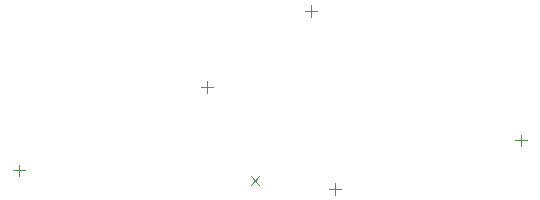
<source format=gbr>
%TF.GenerationSoftware,Altium Limited,Altium Designer,22.8.2 (66)*%
G04 Layer_Color=0*
%FSLAX45Y45*%
%MOMM*%
%TF.SameCoordinates,DE4C73A7-34E9-4613-BA68-141157798951*%
%TF.FilePolarity,Positive*%
%TF.FileFunction,Other,Top_Component_Center*%
%TF.Part,Single*%
G01*
G75*
%TA.AperFunction,NonConductor*%
%ADD71C,0.10000*%
D71*
X7516660Y3352800D02*
X7616660D01*
X7566660Y3302800D02*
Y3402800D01*
X4908700Y3755800D02*
Y3855800D01*
X4858700Y3805800D02*
X4958700D01*
X5741200Y4447540D02*
X5841200D01*
X5791200Y4397540D02*
Y4497540D01*
X5994400Y2893860D02*
Y2993860D01*
X5944400Y2943860D02*
X6044400D01*
X5280865Y2977085D02*
X5351575Y3047795D01*
X5280865D02*
X5351575Y2977085D01*
X3319780Y3048800D02*
Y3148800D01*
X3269780Y3098800D02*
X3369780D01*
%TF.MD5,08b73aa1f80e3912c7ccd6d05d493484*%
M02*

</source>
